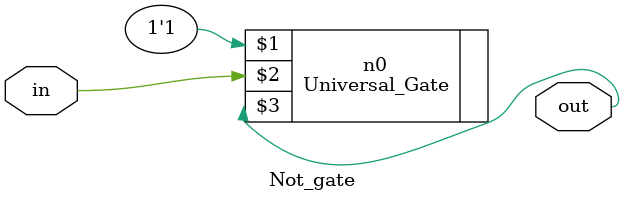
<source format=v>
`timescale 1ns/1ps

module Decode_And_Execute(rs, rt, sel, rd);
input [4-1:0] rs, rt;
input [3-1:0] sel;
output [4-1:0] rd;

wire [3:0] tmp0, tmp1, tmp2, tmp3, tmp4, tmp5, tmp6, tmp7;
SUB f1(rs, rt, tmp0); //000
ADD f0(rs, rt, tmp1); //001
bitwise_or f2(rs, rt, tmp2); //010
bitwise_and f3(rs, rt, tmp3); //011
rt_ari_right_shift f4(rt, tmp4); //100
rs_cir_left_shift f5(rs, tmp5); //101
compare_lt f6(rs, rt, tmp6); //110
compare_eq f7(rs, rt, tmp7); //111

Mux_8x1_4bit m0(tmp0, tmp1, tmp2, tmp3, tmp4, tmp5, tmp6, tmp7, sel, rd);

endmodule

module Mux_8x1_4bit(in0, in1, in2, in3, in4, in5, in6, in7, sel, out);
input [4-1:0] in0, in1, in2, in3, in4, in5, in6, in7;
input [3-1:0] sel;
output [4-1:0] out;
wire n_sel0, n_sel1, n_sel2;
wire [8-1:0] op;
wire [4-1:0] temp0, temp1, temp2, temp3, temp4, temp5, temp6, temp7;
//for op_code
Not_gate n0(n_sel0, sel[0]);
Not_gate n1(n_sel1, sel[1]);
Not_gate n2(n_sel2, sel[2]);

And_gate_3bit a0(op[0], n_sel2, n_sel1, n_sel0);//000
And_gate_3bit a1(op[1], n_sel2, n_sel1, sel[0]);//001
And_gate_3bit a2(op[2], n_sel2, sel[1], n_sel0);//010
And_gate_3bit a3(op[3], n_sel2, sel[1], sel[0]);//011
And_gate_3bit a4(op[4], sel[2], n_sel1, n_sel0);//100
And_gate_3bit a5(op[5], sel[2], n_sel1, sel[0]);//101
And_gate_3bit a6(op[6], sel[2], sel[1], n_sel0);//110
And_gate_3bit a7(op[7], sel[2], sel[1], sel[0]);//111

filter f0(temp0, op[0], in0);
filter f1(temp1, op[1], in1);
filter f2(temp2, op[2], in2);
filter f3(temp3, op[3], in3);
filter f4(temp4, op[4], in4);
filter f5(temp5, op[5], in5);
filter f6(temp6, op[6], in6);
filter f7(temp7, op[7], in7);


Or_gate_8bit o0(out[0], temp0[0], temp1[0], temp2[0], temp3[0], temp4[0], temp5[0], temp6[0], temp7[0]);
Or_gate_8bit o1(out[1], temp0[1], temp1[1], temp2[1], temp3[1], temp4[1], temp5[1], temp6[1], temp7[1]);
Or_gate_8bit o2(out[2], temp0[2], temp1[2], temp2[2], temp3[2], temp4[2], temp5[2], temp6[2], temp7[2]);
Or_gate_8bit o3(out[3], temp0[3], temp1[3], temp2[3], temp3[3], temp4[3], temp5[3], temp6[3], temp7[3]);
endmodule

// final 
module final (out, c0 ,c1, c2, c3, c4, c5, c6, c7);
input [3:0]  c0 ,c1, c2, c3, c4, c5, c6, c7;
output [3:0] out;

Or_gate_8bit o0(out[0], c0[0], c1[0], c2[0], c3[0], c4[0], c5[0], c6[0], c7[0]);
Or_gate_8bit o1(out[1], c0[1], c1[1], c2[1], c3[1], c4[1], c5[1], c6[1], c7[1]);
Or_gate_8bit o2(out[2], c0[2], c1[2], c2[2], c3[2], c4[2], c5[2], c6[2], c7[2]);
Or_gate_8bit o3(out[3], c0[3], c1[3], c2[3], c3[3], c4[3], c5[3], c6[3], c7[3]);

endmodule

//*****module-> f2
module ADD(rs, rt, rd);
input [3:0] rs, rt;
output [3:0] rd;
wire [3:0] c;

Full_Adder f0(rs[0], rt[0], 1'b0, c[0], rd[0]);
Full_Adder f1(rs[1], rt[1], c[0], c[1], rd[1]);
Full_Adder f2(rs[2], rt[2], c[1], c[2], rd[2]);
Full_Adder f3(rs[3], rt[3], c[2], c[3], rd[3]);

endmodule

//*****module-> f1
module SUB(rs, rt, rd);
input [3:0] rs, rt;
output [3:0] rd;

////2's complement of b (¤Ï¹L¨Ó+1)
wire [3:0] rt_c;
Complement_plus1 c0(rt_c, rt);

ADD a0(rs, rt_c, rd);

endmodule

//2's complement
module Complement_plus1 (out, in);
input [3:0] in;
output [3:0] out;

wire [3:0] tmp;
Not_gate n0(tmp[0], in[0]);
Not_gate n1(tmp[1], in[1]);
Not_gate n2(tmp[2], in[2]);
Not_gate n3(tmp[3], in[3]);

ADD a(tmp, 4'b0001, out);

endmodule 

//*****module-> f3
module bitwise_or(rs, rt, rd);
input [3:0] rs, rt;
output [3:0] rd;

Or_gate o0(rd[0], rs[0], rt[0]);
Or_gate o1(rd[1], rs[1], rt[1]);
Or_gate o2(rd[2], rs[2], rt[2]);
Or_gate o3(rd[3], rs[3], rt[3]);

endmodule

//*****module-> f4
module bitwise_and(rs, rt, rd);
input [3:0] rs, rt;
output [3:0] rd;

And_gate a0(rd[0], rs[0], rt[0]);
And_gate a1(rd[1], rs[1], rt[1]);
And_gate a2(rd[2], rs[2], rt[2]);
And_gate a3(rd[3], rs[3], rt[3]);

endmodule

//*****module-> f5
module rt_ari_right_shift (rt, rd); 
input [3:0] rt;
output [3:0] rd;

And_gate a0(rd[0], rt[1], rt[1]);
And_gate a1(rd[1], rt[2], rt[2]);
And_gate a2(rd[2], rt[3], rt[3]);
And_gate a3(rd[3], rt[3], rt[3]);

endmodule

//*****module-> f6
module rs_cir_left_shift(rs, rd); 
input [3:0] rs;
output [3:0] rd;

And_gate a0(rd[0], rs[3], rs[3]);
And_gate a1(rd[1], rs[0], rs[0]);
And_gate a2(rd[2], rs[1], rs[1]);
And_gate a3(rd[3], rs[2], rs[2]);

endmodule

//*****module-> f7
module compare_lt(rs, rt, rd); 
input [3:0] rs, rt;
output [3:0] rd;

//first bit
wire [3:0] x;
Xnor_gate x0(x[0], rs[0], rt[0]);
Xnor_gate x1(x[1], rs[1], rt[1]);
Xnor_gate x2(x[2], rs[2], rt[2]);
Xnor_gate x3(x[3], rs[3], rt[3]);

//(A<B) = a3'b3 + x3 a2'b2 + x3x2 a1'b1 + x3x2x1 a0' b0
//(rs<rt), rs=a, rt=b
wire [3:0] rs_n; //rs'
Not_gate n0(rs_n[0], rs[0]);
Not_gate n1(rs_n[1], rs[1]);
Not_gate n2(rs_n[2], rs[2]);
Not_gate n3(rs_n[3], rs[3]);

wire [3:0] t;
And_gate a0(t[3], rs_n[3], rt[3]); //a3' b3 

wire tmp1;
And_gate a1(tmp1, rs_n[2], rt[2]); //x3   a2' b2
And_gate a2(t[2], tmp1, x[3]);

wire tmp2, tmp3;
And_gate a3(tmp2, rs_n[1], rt[1]); //x3x2 a1'b1
And_gate a4(tmp3, tmp2, x[3]);
And_gate a5(t[1], tmp3, x[2]);

wire tmp4, tmp5, tmp6;
And_gate a6(tmp4, rs_n[0], rt[0]); //x3x2x1 a0' b0
And_gate a7(tmp5, tmp4, x[1]);
And_gate a8(tmp6, tmp5, x[2]);
And_gate a9(t[0], tmp6, x[3]);

wire tmp7, tmp8;
Or_gate o0(tmp7, t[0], t[1]);
Or_gate o1(tmp8, tmp7, t[2]);
Or_gate o2(rd[0], tmp8, t[3]);

// last 3 bits
And_gate a10(rd[1], 1'b1, 1'b1);
And_gate a11(rd[2], 1'b0, 1'b0);
And_gate a12(rd[3], 1'b1, 1'b1);

endmodule

//*****module-> f8
module compare_eq(rs, rt, rd); 
input [3:0] rs, rt;
output [3:0] rd;

//first bit
wire [3:0] x;
Xnor_gate x0(x[0], rs[0], rt[0]);
Xnor_gate x1(x[1], rs[1], rt[1]);
Xnor_gate x2(x[2], rs[2], rt[2]);
Xnor_gate x3(x[3], rs[3], rt[3]);

wire tmp;
And_gate_3bit a3_0(tmp, x[0], x[1], x[2]);
And_gate a0(rd[0], tmp, x[3]);

// last 3 bits
And_gate a1(rd[1], 1'b1, 1'b1);
And_gate a2(rd[2], 1'b1, 1'b1);
And_gate a3(rd[3], 1'b1, 1'b1);

endmodule

//filter
module filter(out, op, in);
input [3:0] in;
input op;
output [3:0] out;

And_gate a0(out[0], op, in[0]);
And_gate a1(out[1], op, in[1]);
And_gate a2(out[2], op, in[2]);
And_gate a3(out[3], op, in[3]);

endmodule

//or_gate_8bit
module Or_gate_8bit(out, in0, in1, in2, in3, in4, in5, in6, in7);
input in0, in1, in2, in3, in4, in5, in6, in7;
output out;

wire t1, t2, t3, t4, t5, t6;
Or_gate o0(t1, in0, in1);
Or_gate o1(t2, t1, in2);
Or_gate o2(t3, t2, in3);
Or_gate o3(t4, t3, in4);
Or_gate o4(t5, t4, in5);
Or_gate o5(t6, t5, in6);
Or_gate o6(out, t6, in7);

endmodule

//basic--------------------
//Full
module Full_Adder (a, b, cin, cout, sum);
input a, b, cin;
output cout, sum;

wire tmp;
Xor_gate x0(tmp, a, b);
Xor_gate x1(sum, tmp, cin);

Majority m0(a, b, cin, cout);

endmodule

// majority
module Majority(a, b, c, out);
input a, b, c;
output out;

wire t1, t2, t3;
And_gate a0(t1, a, b);
And_gate a1(t2, a, c);
And_gate a2(t3, b, c);

wire t4;
Or_gate o0(t4, t1, t2);
Or_gate o1(out, t3, t4); 

endmodule

// and_gate_3bit
module And_gate_3bit (out, in1, in2, in3);
input in1, in2, in3;
output out;

wire tmp;
And_gate n1(tmp, in1, in2);
And_gate n2(out, tmp, in3);

endmodule

//xnor_gate
module Xnor_gate(out, in1, in2);
input in1, in2;
output out;

wire tmp;
Xor_gate x0(tmp, in1, in2);
Not_gate n0(out, tmp);

endmodule

//xor_gate
module Xor_gate(out, in1, in2);
input in1, in2;
output out;

wire n_in1, n_in2;
Not_gate n1(n_in1, in1);
Not_gate n2(n_in2, in2);

wire tmp1, tmp2;
And_gate a1(tmp1, in1, n_in2);
And_gate a2(tmp2, n_in1, in2);
Or_gate o1(out, tmp1, tmp2);

endmodule

//or_gate
module Or_gate (out, in1, in2);
input in1, in2;
output out;

wire n_in1;
Not_gate n0(n_in1, in1);
wire tmp1;
Universal_Gate n1(n_in1, in2, tmp1);

Universal_Gate n2(1'b1, tmp1, out);

endmodule

// and_gate
module And_gate (out, in1, in2);
input in1, in2;
output out;

wire tmp;
Universal_Gate n1(in1, in2, tmp); //a&n_b
Universal_Gate n2(in1, tmp, out); //a & n_(a&n_b)

endmodule

// not_gate 
module Not_gate (out, in);
input in;
output out;

Universal_Gate n0(1'b1, in, out);

endmodule

</source>
